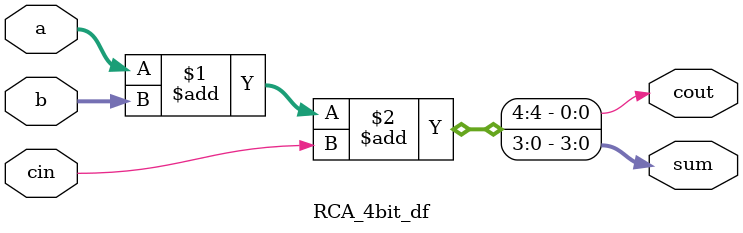
<source format=v>
`timescale 1ns / 1ps

module RCA_4bit_df(a,b,cin,cout,sum);
	//parameter N = 7;
	input [3:0]a,b;
	input cin;
	output [3:0]sum;
	output cout;
	
	assign {cout,sum} = a + b + cin;
	

endmodule

</source>
